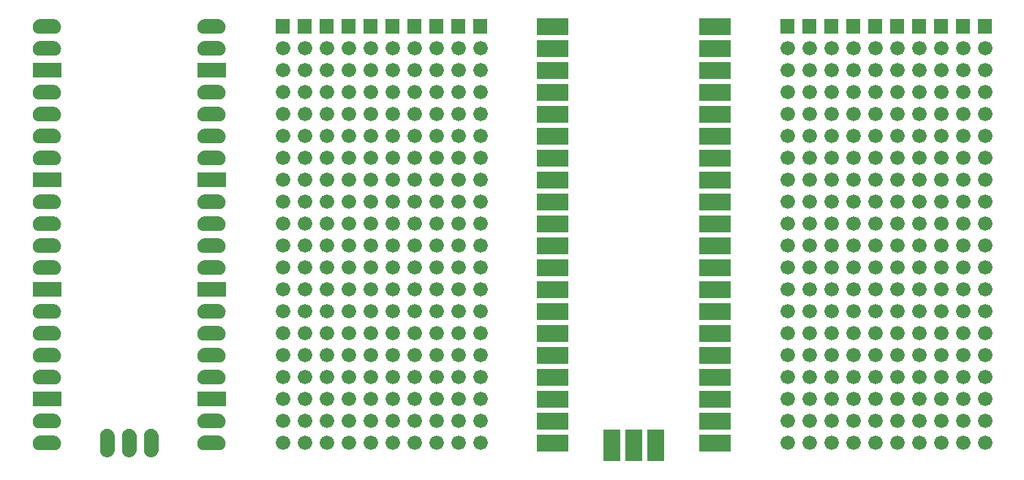
<source format=gts>
G04 Layer: TopSolderMaskLayer*
G04 EasyEDA v6.5.1, 2022-06-12 07:01:07*
G04 a67cddfb3fce44daa9051d46cbbcc19f,10*
G04 Gerber Generator version 0.2*
G04 Scale: 100 percent, Rotated: No, Reflected: No *
G04 Dimensions in inches *
G04 leading zeros omitted , absolute positions ,3 integer and 6 decimal *
%FSLAX36Y36*%
%MOIN*%

%ADD24C,0.0660*%
%ADD28C,0.0749*%

%LPD*%
D24*
G01*
X2200000Y450000D03*
G01*
X2200000Y550000D03*
G01*
X2200000Y650000D03*
G01*
X2200000Y750000D03*
G01*
X2200000Y850000D03*
G01*
X2200000Y950000D03*
G01*
X2200000Y1050000D03*
G01*
X2200000Y1150000D03*
G01*
X2200000Y1250000D03*
G01*
X2200000Y1350000D03*
G01*
X2200000Y1450000D03*
G01*
X2200000Y1550000D03*
G01*
X2200000Y1650000D03*
G01*
X2200000Y1750000D03*
G01*
X2200000Y1850000D03*
G01*
X2200000Y1950000D03*
G01*
X2200000Y2050000D03*
G01*
X2200000Y2150000D03*
G01*
X2200000Y2250000D03*
G36*
X2166999Y2316999D02*
G01*
X2166999Y2383000D01*
X2233000Y2383000D01*
X2233000Y2316999D01*
G37*
G01*
X2100000Y450000D03*
G01*
X2100000Y550000D03*
G01*
X2100000Y650000D03*
G01*
X2100000Y750000D03*
G01*
X2100000Y850000D03*
G01*
X2100000Y950000D03*
G01*
X2100000Y1050000D03*
G01*
X2100000Y1150000D03*
G01*
X2100000Y1250000D03*
G01*
X2100000Y1350000D03*
G01*
X2100000Y1450000D03*
G01*
X2100000Y1550000D03*
G01*
X2100000Y1650000D03*
G01*
X2100000Y1750000D03*
G01*
X2100000Y1850000D03*
G01*
X2100000Y1950000D03*
G01*
X2100000Y2050000D03*
G01*
X2100000Y2150000D03*
G01*
X2100000Y2250000D03*
G36*
X2066999Y2316999D02*
G01*
X2066999Y2383000D01*
X2133000Y2383000D01*
X2133000Y2316999D01*
G37*
G01*
X2000000Y450000D03*
G01*
X2000000Y550000D03*
G01*
X2000000Y650000D03*
G01*
X2000000Y750000D03*
G01*
X2000000Y850000D03*
G01*
X2000000Y950000D03*
G01*
X2000000Y1050000D03*
G01*
X2000000Y1150000D03*
G01*
X2000000Y1250000D03*
G01*
X2000000Y1350000D03*
G01*
X2000000Y1450000D03*
G01*
X2000000Y1550000D03*
G01*
X2000000Y1650000D03*
G01*
X2000000Y1750000D03*
G01*
X2000000Y1850000D03*
G01*
X2000000Y1950000D03*
G01*
X2000000Y2050000D03*
G01*
X2000000Y2150000D03*
G01*
X2000000Y2250000D03*
G36*
X1966999Y2316999D02*
G01*
X1966999Y2383000D01*
X2033000Y2383000D01*
X2033000Y2316999D01*
G37*
G01*
X1900000Y450000D03*
G01*
X1900000Y550000D03*
G01*
X1900000Y650000D03*
G01*
X1900000Y750000D03*
G01*
X1900000Y850000D03*
G01*
X1900000Y950000D03*
G01*
X1900000Y1050000D03*
G01*
X1900000Y1150000D03*
G01*
X1900000Y1250000D03*
G01*
X1900000Y1350000D03*
G01*
X1900000Y1450000D03*
G01*
X1900000Y1550000D03*
G01*
X1900000Y1650000D03*
G01*
X1900000Y1750000D03*
G01*
X1900000Y1850000D03*
G01*
X1900000Y1950000D03*
G01*
X1900000Y2050000D03*
G01*
X1900000Y2150000D03*
G01*
X1900000Y2250000D03*
G36*
X1866999Y2316999D02*
G01*
X1866999Y2383000D01*
X1933000Y2383000D01*
X1933000Y2316999D01*
G37*
G01*
X1800000Y450000D03*
G01*
X1800000Y550000D03*
G01*
X1800000Y650000D03*
G01*
X1800000Y750000D03*
G01*
X1800000Y850000D03*
G01*
X1800000Y950000D03*
G01*
X1800000Y1050000D03*
G01*
X1800000Y1150000D03*
G01*
X1800000Y1250000D03*
G01*
X1800000Y1350000D03*
G01*
X1800000Y1450000D03*
G01*
X1800000Y1550000D03*
G01*
X1800000Y1650000D03*
G01*
X1800000Y1750000D03*
G01*
X1800000Y1850000D03*
G01*
X1800000Y1950000D03*
G01*
X1800000Y2050000D03*
G01*
X1800000Y2150000D03*
G01*
X1800000Y2250000D03*
G36*
X1766999Y2316999D02*
G01*
X1766999Y2383000D01*
X1833000Y2383000D01*
X1833000Y2316999D01*
G37*
G01*
X1700000Y450000D03*
G01*
X1700000Y550000D03*
G01*
X1700000Y650000D03*
G01*
X1700000Y750000D03*
G01*
X1700000Y850000D03*
G01*
X1700000Y950000D03*
G01*
X1700000Y1050000D03*
G01*
X1700000Y1150000D03*
G01*
X1700000Y1250000D03*
G01*
X1700000Y1350000D03*
G01*
X1700000Y1450000D03*
G01*
X1700000Y1550000D03*
G01*
X1700000Y1650000D03*
G01*
X1700000Y1750000D03*
G01*
X1700000Y1850000D03*
G01*
X1700000Y1950000D03*
G01*
X1700000Y2050000D03*
G01*
X1700000Y2150000D03*
G01*
X1700000Y2250000D03*
G36*
X1666999Y2316999D02*
G01*
X1666999Y2383000D01*
X1733000Y2383000D01*
X1733000Y2316999D01*
G37*
G01*
X1600000Y450000D03*
G01*
X1600000Y550000D03*
G01*
X1600000Y650000D03*
G01*
X1600000Y750000D03*
G01*
X1600000Y850000D03*
G01*
X1600000Y950000D03*
G01*
X1600000Y1050000D03*
G01*
X1600000Y1150000D03*
G01*
X1600000Y1250000D03*
G01*
X1600000Y1350000D03*
G01*
X1600000Y1450000D03*
G01*
X1600000Y1550000D03*
G01*
X1600000Y1650000D03*
G01*
X1600000Y1750000D03*
G01*
X1600000Y1850000D03*
G01*
X1600000Y1950000D03*
G01*
X1600000Y2050000D03*
G01*
X1600000Y2150000D03*
G01*
X1600000Y2250000D03*
G36*
X1566999Y2316999D02*
G01*
X1566999Y2383000D01*
X1633000Y2383000D01*
X1633000Y2316999D01*
G37*
G01*
X1500000Y450000D03*
G01*
X1500000Y550000D03*
G01*
X1500000Y650000D03*
G01*
X1500000Y750000D03*
G01*
X1500000Y850000D03*
G01*
X1500000Y950000D03*
G01*
X1500000Y1050000D03*
G01*
X1500000Y1150000D03*
G01*
X1500000Y1250000D03*
G01*
X1500000Y1350000D03*
G01*
X1500000Y1450000D03*
G01*
X1500000Y1550000D03*
G01*
X1500000Y1650000D03*
G01*
X1500000Y1750000D03*
G01*
X1500000Y1850000D03*
G01*
X1500000Y1950000D03*
G01*
X1500000Y2050000D03*
G01*
X1500000Y2150000D03*
G01*
X1500000Y2250000D03*
G36*
X1466999Y2316999D02*
G01*
X1466999Y2383000D01*
X1533000Y2383000D01*
X1533000Y2316999D01*
G37*
G01*
X1400000Y450000D03*
G01*
X1400000Y550000D03*
G01*
X1400000Y650000D03*
G01*
X1400000Y750000D03*
G01*
X1400000Y850000D03*
G01*
X1400000Y950000D03*
G01*
X1400000Y1050000D03*
G01*
X1400000Y1150000D03*
G01*
X1400000Y1250000D03*
G01*
X1400000Y1350000D03*
G01*
X1400000Y1450000D03*
G01*
X1400000Y1550000D03*
G01*
X1400000Y1650000D03*
G01*
X1400000Y1750000D03*
G01*
X1400000Y1850000D03*
G01*
X1400000Y1950000D03*
G01*
X1400000Y2050000D03*
G01*
X1400000Y2150000D03*
G01*
X1400000Y2250000D03*
G36*
X1366999Y2316999D02*
G01*
X1366999Y2383000D01*
X1433000Y2383000D01*
X1433000Y2316999D01*
G37*
G01*
X1300000Y450000D03*
G01*
X1300000Y550000D03*
G01*
X1300000Y650000D03*
G01*
X1300000Y750000D03*
G01*
X1300000Y850000D03*
G01*
X1300000Y950000D03*
G01*
X1300000Y1050000D03*
G01*
X1300000Y1150000D03*
G01*
X1300000Y1250000D03*
G01*
X1300000Y1350000D03*
G01*
X1300000Y1450000D03*
G01*
X1300000Y1550000D03*
G01*
X1300000Y1650000D03*
G01*
X1300000Y1750000D03*
G01*
X1300000Y1850000D03*
G01*
X1300000Y1950000D03*
G01*
X1300000Y2050000D03*
G01*
X1300000Y2150000D03*
G01*
X1300000Y2250000D03*
G36*
X1266999Y2316999D02*
G01*
X1266999Y2383000D01*
X1333000Y2383000D01*
X1333000Y2316999D01*
G37*
G01*
X3600000Y450000D03*
G01*
X3600000Y550000D03*
G01*
X3600000Y650000D03*
G01*
X3600000Y750000D03*
G01*
X3600000Y850000D03*
G01*
X3600000Y950000D03*
G01*
X3600000Y1050000D03*
G01*
X3600000Y1150000D03*
G01*
X3600000Y1250000D03*
G01*
X3600000Y1350000D03*
G01*
X3600000Y1450000D03*
G01*
X3600000Y1550000D03*
G01*
X3600000Y1650000D03*
G01*
X3600000Y1750000D03*
G01*
X3600000Y1850000D03*
G01*
X3600000Y1950000D03*
G01*
X3600000Y2050000D03*
G01*
X3600000Y2150000D03*
G01*
X3600000Y2250000D03*
G36*
X3566999Y2316999D02*
G01*
X3566999Y2383000D01*
X3633000Y2383000D01*
X3633000Y2316999D01*
G37*
G01*
X3700000Y450000D03*
G01*
X3700000Y550000D03*
G01*
X3700000Y650000D03*
G01*
X3700000Y750000D03*
G01*
X3700000Y850000D03*
G01*
X3700000Y950000D03*
G01*
X3700000Y1050000D03*
G01*
X3700000Y1150000D03*
G01*
X3700000Y1250000D03*
G01*
X3700000Y1350000D03*
G01*
X3700000Y1450000D03*
G01*
X3700000Y1550000D03*
G01*
X3700000Y1650000D03*
G01*
X3700000Y1750000D03*
G01*
X3700000Y1850000D03*
G01*
X3700000Y1950000D03*
G01*
X3700000Y2050000D03*
G01*
X3700000Y2150000D03*
G01*
X3700000Y2250000D03*
G36*
X3666999Y2316999D02*
G01*
X3666999Y2383000D01*
X3733000Y2383000D01*
X3733000Y2316999D01*
G37*
G01*
X3800000Y450000D03*
G01*
X3800000Y550000D03*
G01*
X3800000Y650000D03*
G01*
X3800000Y750000D03*
G01*
X3800000Y850000D03*
G01*
X3800000Y950000D03*
G01*
X3800000Y1050000D03*
G01*
X3800000Y1150000D03*
G01*
X3800000Y1250000D03*
G01*
X3800000Y1350000D03*
G01*
X3800000Y1450000D03*
G01*
X3800000Y1550000D03*
G01*
X3800000Y1650000D03*
G01*
X3800000Y1750000D03*
G01*
X3800000Y1850000D03*
G01*
X3800000Y1950000D03*
G01*
X3800000Y2050000D03*
G01*
X3800000Y2150000D03*
G01*
X3800000Y2250000D03*
G36*
X3766999Y2316999D02*
G01*
X3766999Y2383000D01*
X3833000Y2383000D01*
X3833000Y2316999D01*
G37*
G01*
X3900000Y450000D03*
G01*
X3900000Y550000D03*
G01*
X3900000Y650000D03*
G01*
X3900000Y750000D03*
G01*
X3900000Y850000D03*
G01*
X3900000Y950000D03*
G01*
X3900000Y1050000D03*
G01*
X3900000Y1150000D03*
G01*
X3900000Y1250000D03*
G01*
X3900000Y1350000D03*
G01*
X3900000Y1450000D03*
G01*
X3900000Y1550000D03*
G01*
X3900000Y1650000D03*
G01*
X3900000Y1750000D03*
G01*
X3900000Y1850000D03*
G01*
X3900000Y1950000D03*
G01*
X3900000Y2050000D03*
G01*
X3900000Y2150000D03*
G01*
X3900000Y2250000D03*
G36*
X3866999Y2316999D02*
G01*
X3866999Y2383000D01*
X3933000Y2383000D01*
X3933000Y2316999D01*
G37*
G01*
X4000000Y450000D03*
G01*
X4000000Y550000D03*
G01*
X4000000Y650000D03*
G01*
X4000000Y750000D03*
G01*
X4000000Y850000D03*
G01*
X4000000Y950000D03*
G01*
X4000000Y1050000D03*
G01*
X4000000Y1150000D03*
G01*
X4000000Y1250000D03*
G01*
X4000000Y1350000D03*
G01*
X4000000Y1450000D03*
G01*
X4000000Y1550000D03*
G01*
X4000000Y1650000D03*
G01*
X4000000Y1750000D03*
G01*
X4000000Y1850000D03*
G01*
X4000000Y1950000D03*
G01*
X4000000Y2050000D03*
G01*
X4000000Y2150000D03*
G01*
X4000000Y2250000D03*
G36*
X3966999Y2316999D02*
G01*
X3966999Y2383000D01*
X4033000Y2383000D01*
X4033000Y2316999D01*
G37*
G01*
X4100000Y450000D03*
G01*
X4100000Y550000D03*
G01*
X4100000Y650000D03*
G01*
X4100000Y750000D03*
G01*
X4100000Y850000D03*
G01*
X4100000Y950000D03*
G01*
X4100000Y1050000D03*
G01*
X4100000Y1150000D03*
G01*
X4100000Y1250000D03*
G01*
X4100000Y1350000D03*
G01*
X4100000Y1450000D03*
G01*
X4100000Y1550000D03*
G01*
X4100000Y1650000D03*
G01*
X4100000Y1750000D03*
G01*
X4100000Y1850000D03*
G01*
X4100000Y1950000D03*
G01*
X4100000Y2050000D03*
G01*
X4100000Y2150000D03*
G01*
X4100000Y2250000D03*
G36*
X4066999Y2316999D02*
G01*
X4066999Y2383000D01*
X4133000Y2383000D01*
X4133000Y2316999D01*
G37*
G01*
X4200000Y450000D03*
G01*
X4200000Y550000D03*
G01*
X4200000Y650000D03*
G01*
X4200000Y750000D03*
G01*
X4200000Y850000D03*
G01*
X4200000Y950000D03*
G01*
X4200000Y1050000D03*
G01*
X4200000Y1150000D03*
G01*
X4200000Y1250000D03*
G01*
X4200000Y1350000D03*
G01*
X4200000Y1450000D03*
G01*
X4200000Y1550000D03*
G01*
X4200000Y1650000D03*
G01*
X4200000Y1750000D03*
G01*
X4200000Y1850000D03*
G01*
X4200000Y1950000D03*
G01*
X4200000Y2050000D03*
G01*
X4200000Y2150000D03*
G01*
X4200000Y2250000D03*
G36*
X4166999Y2316999D02*
G01*
X4166999Y2383000D01*
X4233000Y2383000D01*
X4233000Y2316999D01*
G37*
G01*
X4300000Y450000D03*
G01*
X4300000Y550000D03*
G01*
X4300000Y650000D03*
G01*
X4300000Y750000D03*
G01*
X4300000Y850000D03*
G01*
X4300000Y950000D03*
G01*
X4300000Y1050000D03*
G01*
X4300000Y1150000D03*
G01*
X4300000Y1250000D03*
G01*
X4300000Y1350000D03*
G01*
X4300000Y1450000D03*
G01*
X4300000Y1550000D03*
G01*
X4300000Y1650000D03*
G01*
X4300000Y1750000D03*
G01*
X4300000Y1850000D03*
G01*
X4300000Y1950000D03*
G01*
X4300000Y2050000D03*
G01*
X4300000Y2150000D03*
G01*
X4300000Y2250000D03*
G36*
X4266999Y2316999D02*
G01*
X4266999Y2383000D01*
X4333000Y2383000D01*
X4333000Y2316999D01*
G37*
G01*
X4400000Y450000D03*
G01*
X4400000Y550000D03*
G01*
X4400000Y650000D03*
G01*
X4400000Y750000D03*
G01*
X4400000Y850000D03*
G01*
X4400000Y950000D03*
G01*
X4400000Y1050000D03*
G01*
X4400000Y1150000D03*
G01*
X4400000Y1250000D03*
G01*
X4400000Y1350000D03*
G01*
X4400000Y1450000D03*
G01*
X4400000Y1550000D03*
G01*
X4400000Y1650000D03*
G01*
X4400000Y1750000D03*
G01*
X4400000Y1850000D03*
G01*
X4400000Y1950000D03*
G01*
X4400000Y2050000D03*
G01*
X4400000Y2150000D03*
G01*
X4400000Y2250000D03*
G36*
X4366999Y2316999D02*
G01*
X4366999Y2383000D01*
X4433000Y2383000D01*
X4433000Y2316999D01*
G37*
G01*
X4500000Y450000D03*
G01*
X4500000Y550000D03*
G01*
X4500000Y650000D03*
G01*
X4500000Y750000D03*
G01*
X4500000Y850000D03*
G01*
X4500000Y950000D03*
G01*
X4500000Y1050000D03*
G01*
X4500000Y1150000D03*
G01*
X4500000Y1250000D03*
G01*
X4500000Y1350000D03*
G01*
X4500000Y1450000D03*
G01*
X4500000Y1550000D03*
G01*
X4500000Y1650000D03*
G01*
X4500000Y1750000D03*
G01*
X4500000Y1850000D03*
G01*
X4500000Y1950000D03*
G01*
X4500000Y2050000D03*
G01*
X4500000Y2150000D03*
G01*
X4500000Y2250000D03*
G36*
X4466999Y2316999D02*
G01*
X4466999Y2383000D01*
X4533000Y2383000D01*
X4533000Y2316999D01*
G37*
G36*
X2457100Y2312500D02*
G01*
X2457100Y2387500D01*
X2602899Y2387500D01*
X2602899Y2312500D01*
G37*
G36*
X2457100Y2212500D02*
G01*
X2457100Y2287500D01*
X2602899Y2287500D01*
X2602899Y2212500D01*
G37*
G36*
X2457100Y2112500D02*
G01*
X2457100Y2187500D01*
X2602899Y2187500D01*
X2602899Y2112500D01*
G37*
G36*
X2457100Y2012500D02*
G01*
X2457100Y2087500D01*
X2602899Y2087500D01*
X2602899Y2012500D01*
G37*
G36*
X2457100Y1912500D02*
G01*
X2457100Y1987500D01*
X2602899Y1987500D01*
X2602899Y1912500D01*
G37*
G36*
X2457100Y1812500D02*
G01*
X2457100Y1887500D01*
X2602899Y1887500D01*
X2602899Y1812500D01*
G37*
G36*
X2457100Y1712500D02*
G01*
X2457100Y1787500D01*
X2602899Y1787500D01*
X2602899Y1712500D01*
G37*
G36*
X2457100Y1612500D02*
G01*
X2457100Y1687500D01*
X2602899Y1687500D01*
X2602899Y1612500D01*
G37*
G36*
X2457100Y1512500D02*
G01*
X2457100Y1587500D01*
X2602899Y1587500D01*
X2602899Y1512500D01*
G37*
G36*
X2457100Y1412500D02*
G01*
X2457100Y1487500D01*
X2602899Y1487500D01*
X2602899Y1412500D01*
G37*
G36*
X2457100Y1312500D02*
G01*
X2457100Y1387500D01*
X2602899Y1387500D01*
X2602899Y1312500D01*
G37*
G36*
X2457100Y1212500D02*
G01*
X2457100Y1287500D01*
X2602899Y1287500D01*
X2602899Y1212500D01*
G37*
G36*
X2457100Y1112500D02*
G01*
X2457100Y1187500D01*
X2602899Y1187500D01*
X2602899Y1112500D01*
G37*
G36*
X2457100Y1012500D02*
G01*
X2457100Y1087500D01*
X2602899Y1087500D01*
X2602899Y1012500D01*
G37*
G36*
X2457100Y912500D02*
G01*
X2457100Y987500D01*
X2602899Y987500D01*
X2602899Y912500D01*
G37*
G36*
X2457100Y812500D02*
G01*
X2457100Y887500D01*
X2602899Y887500D01*
X2602899Y812500D01*
G37*
G36*
X2457100Y712500D02*
G01*
X2457100Y787500D01*
X2602899Y787500D01*
X2602899Y712500D01*
G37*
G36*
X2457100Y612500D02*
G01*
X2457100Y687500D01*
X2602899Y687500D01*
X2602899Y612500D01*
G37*
G36*
X2457100Y512500D02*
G01*
X2457100Y587500D01*
X2602899Y587500D01*
X2602899Y512500D01*
G37*
G36*
X2457100Y412500D02*
G01*
X2457100Y487500D01*
X2602899Y487500D01*
X2602899Y412500D01*
G37*
G36*
X3197100Y2312500D02*
G01*
X3197100Y2387500D01*
X3342899Y2387500D01*
X3342899Y2312500D01*
G37*
G36*
X3197100Y2212500D02*
G01*
X3197100Y2287500D01*
X3342899Y2287500D01*
X3342899Y2212500D01*
G37*
G36*
X3197100Y2112500D02*
G01*
X3197100Y2187500D01*
X3342899Y2187500D01*
X3342899Y2112500D01*
G37*
G36*
X3197100Y2012500D02*
G01*
X3197100Y2087500D01*
X3342899Y2087500D01*
X3342899Y2012500D01*
G37*
G36*
X3197100Y1912500D02*
G01*
X3197100Y1987500D01*
X3342899Y1987500D01*
X3342899Y1912500D01*
G37*
G36*
X3197100Y1812500D02*
G01*
X3197100Y1887500D01*
X3342899Y1887500D01*
X3342899Y1812500D01*
G37*
G36*
X3197100Y1712500D02*
G01*
X3197100Y1787500D01*
X3342899Y1787500D01*
X3342899Y1712500D01*
G37*
G36*
X3197100Y1612500D02*
G01*
X3197100Y1687500D01*
X3342899Y1687500D01*
X3342899Y1612500D01*
G37*
G36*
X3197100Y1512500D02*
G01*
X3197100Y1587500D01*
X3342899Y1587500D01*
X3342899Y1512500D01*
G37*
G36*
X3197100Y1412500D02*
G01*
X3197100Y1487500D01*
X3342899Y1487500D01*
X3342899Y1412500D01*
G37*
G36*
X3197100Y1312500D02*
G01*
X3197100Y1387500D01*
X3342899Y1387500D01*
X3342899Y1312500D01*
G37*
G36*
X3197100Y1212500D02*
G01*
X3197100Y1287500D01*
X3342899Y1287500D01*
X3342899Y1212500D01*
G37*
G36*
X3197100Y1112500D02*
G01*
X3197100Y1187500D01*
X3342899Y1187500D01*
X3342899Y1112500D01*
G37*
G36*
X3197100Y1012500D02*
G01*
X3197100Y1087500D01*
X3342899Y1087500D01*
X3342899Y1012500D01*
G37*
G36*
X3197100Y912500D02*
G01*
X3197100Y987500D01*
X3342899Y987500D01*
X3342899Y912500D01*
G37*
G36*
X3197100Y812500D02*
G01*
X3197100Y887500D01*
X3342899Y887500D01*
X3342899Y812500D01*
G37*
G36*
X3197100Y712500D02*
G01*
X3197100Y787500D01*
X3342899Y787500D01*
X3342899Y712500D01*
G37*
G36*
X3197100Y612500D02*
G01*
X3197100Y687500D01*
X3342899Y687500D01*
X3342899Y612500D01*
G37*
G36*
X3197100Y512500D02*
G01*
X3197100Y587500D01*
X3342899Y587500D01*
X3342899Y512500D01*
G37*
G36*
X3197100Y412500D02*
G01*
X3197100Y487500D01*
X3342899Y487500D01*
X3342899Y412500D01*
G37*
G36*
X2762500Y366199D02*
G01*
X2762500Y511999D01*
X2837500Y511999D01*
X2837500Y366199D01*
G37*
G36*
X2862500Y366199D02*
G01*
X2862500Y511999D01*
X2937500Y511999D01*
X2937500Y366199D01*
G37*
G36*
X2962500Y366199D02*
G01*
X2962500Y511999D01*
X3037500Y511999D01*
X3037500Y366199D01*
G37*
D28*
G01*
X2550000Y2350000D03*
G01*
X2550000Y2250000D03*
G36*
X2512500Y2112500D02*
G01*
X2512500Y2187500D01*
X2587500Y2187500D01*
X2587500Y2112500D01*
G37*
G01*
X2550000Y2050000D03*
G01*
X2550000Y1950000D03*
G01*
X2550000Y1850000D03*
G01*
X2550000Y1750000D03*
G36*
X2512500Y1612500D02*
G01*
X2512500Y1687500D01*
X2587500Y1687500D01*
X2587500Y1612500D01*
G37*
G01*
X2550000Y1550000D03*
G01*
X2550000Y1450000D03*
G01*
X2550000Y1350000D03*
G01*
X2550000Y1250000D03*
G36*
X2512500Y1112500D02*
G01*
X2512500Y1187500D01*
X2587500Y1187500D01*
X2587500Y1112500D01*
G37*
G01*
X2550000Y1050000D03*
G01*
X2550000Y950000D03*
G01*
X2550000Y850000D03*
G01*
X2550000Y750000D03*
G36*
X2512500Y612500D02*
G01*
X2512500Y687500D01*
X2587500Y687500D01*
X2587500Y612500D01*
G37*
G01*
X2550000Y550000D03*
G01*
X2550000Y450000D03*
G01*
X3250000Y450000D03*
G01*
X3250000Y550000D03*
G36*
X3212500Y612500D02*
G01*
X3212500Y687500D01*
X3287500Y687500D01*
X3287500Y612500D01*
G37*
G01*
X3250000Y750000D03*
G01*
X3250000Y850000D03*
G01*
X3250000Y950000D03*
G01*
X3250000Y1050000D03*
G36*
X3212500Y1112500D02*
G01*
X3212500Y1187500D01*
X3287500Y1187500D01*
X3287500Y1112500D01*
G37*
G01*
X3250000Y1250000D03*
G01*
X3250000Y1350000D03*
G01*
X3250000Y1450000D03*
G01*
X3250000Y1550000D03*
G36*
X3212500Y1612500D02*
G01*
X3212500Y1687500D01*
X3287500Y1687500D01*
X3287500Y1612500D01*
G37*
G01*
X3250000Y1750000D03*
G01*
X3250000Y1850000D03*
G01*
X3250000Y1950000D03*
G01*
X3250000Y2050000D03*
G36*
X3212500Y2112500D02*
G01*
X3212500Y2187500D01*
X3287500Y2187500D01*
X3287500Y2112500D01*
G37*
G01*
X3250000Y2250000D03*
G01*
X3250000Y2350000D03*
G01*
X2800000Y459059D03*
G36*
X2862500Y421599D02*
G01*
X2862500Y496500D01*
X2937500Y496500D01*
X2937500Y421599D01*
G37*
G01*
X3000000Y459059D03*
G36*
X943400Y2316500D02*
G01*
X939499Y2316700D01*
X935500Y2317500D01*
X931599Y2318699D01*
X927899Y2320300D01*
X924499Y2322399D01*
X921300Y2324899D01*
X918400Y2327800D01*
X915900Y2330999D01*
X913800Y2334400D01*
X912200Y2338099D01*
X911000Y2341999D01*
X910299Y2345999D01*
X910000Y2350000D01*
X910299Y2354000D01*
X911000Y2358000D01*
X912200Y2361900D01*
X913800Y2365599D01*
X915900Y2369000D01*
X918400Y2372199D01*
X921300Y2375100D01*
X924499Y2377600D01*
X927899Y2379699D01*
X931599Y2381300D01*
X935500Y2382500D01*
X939499Y2383200D01*
X943400Y2383499D01*
X1006599Y2383499D01*
X1010500Y2383200D01*
X1014499Y2382500D01*
X1018400Y2381300D01*
X1022100Y2379699D01*
X1025500Y2377600D01*
X1028699Y2375100D01*
X1031599Y2372199D01*
X1034099Y2369000D01*
X1036199Y2365599D01*
X1037799Y2361900D01*
X1038999Y2358000D01*
X1039700Y2354000D01*
X1040000Y2350000D01*
X1039700Y2345999D01*
X1038999Y2341999D01*
X1037799Y2338099D01*
X1036199Y2334400D01*
X1034099Y2330999D01*
X1031599Y2327800D01*
X1028699Y2324899D01*
X1025500Y2322399D01*
X1022100Y2320300D01*
X1018400Y2318699D01*
X1014499Y2317500D01*
X1010500Y2316700D01*
X1006599Y2316500D01*
G37*
G36*
X943400Y2216500D02*
G01*
X939499Y2216700D01*
X935500Y2217500D01*
X931599Y2218699D01*
X927899Y2220300D01*
X924499Y2222399D01*
X921300Y2224899D01*
X918400Y2227800D01*
X915900Y2230999D01*
X913800Y2234400D01*
X912200Y2238099D01*
X911000Y2241999D01*
X910299Y2245999D01*
X910000Y2250000D01*
X910299Y2254000D01*
X911000Y2258000D01*
X912200Y2261900D01*
X913800Y2265599D01*
X915900Y2269000D01*
X918400Y2272199D01*
X921300Y2275100D01*
X924499Y2277600D01*
X927899Y2279699D01*
X931599Y2281300D01*
X935500Y2282500D01*
X939499Y2283200D01*
X943400Y2283499D01*
X1006599Y2283499D01*
X1010500Y2283200D01*
X1014499Y2282500D01*
X1018400Y2281300D01*
X1022100Y2279699D01*
X1025500Y2277600D01*
X1028699Y2275100D01*
X1031599Y2272199D01*
X1034099Y2269000D01*
X1036199Y2265599D01*
X1037799Y2261900D01*
X1038999Y2258000D01*
X1039700Y2254000D01*
X1040000Y2250000D01*
X1039700Y2245999D01*
X1038999Y2241999D01*
X1037799Y2238099D01*
X1036199Y2234400D01*
X1034099Y2230999D01*
X1031599Y2227800D01*
X1028699Y2224899D01*
X1025500Y2222399D01*
X1022100Y2220300D01*
X1018400Y2218699D01*
X1014499Y2217500D01*
X1010500Y2216700D01*
X1006599Y2216500D01*
G37*
G36*
X910000Y2116500D02*
G01*
X910000Y2183499D01*
X1040000Y2183499D01*
X1040000Y2116500D01*
G37*
G36*
X943400Y2016500D02*
G01*
X939499Y2016700D01*
X935500Y2017500D01*
X931599Y2018699D01*
X927899Y2020300D01*
X924499Y2022399D01*
X921300Y2024899D01*
X918400Y2027800D01*
X915900Y2030999D01*
X913800Y2034400D01*
X912200Y2038099D01*
X911000Y2041999D01*
X910299Y2045999D01*
X910000Y2050000D01*
X910299Y2054000D01*
X911000Y2058000D01*
X912200Y2061900D01*
X913800Y2065599D01*
X915900Y2069000D01*
X918400Y2072199D01*
X921300Y2075100D01*
X924499Y2077600D01*
X927899Y2079699D01*
X931599Y2081300D01*
X935500Y2082500D01*
X939499Y2083299D01*
X943400Y2083499D01*
X1006599Y2083499D01*
X1010500Y2083299D01*
X1014499Y2082500D01*
X1018400Y2081300D01*
X1022100Y2079699D01*
X1025500Y2077600D01*
X1028699Y2075100D01*
X1031599Y2072199D01*
X1034099Y2069000D01*
X1036199Y2065599D01*
X1037799Y2061900D01*
X1038999Y2058000D01*
X1039700Y2054000D01*
X1040000Y2050000D01*
X1039700Y2045999D01*
X1038999Y2041999D01*
X1037799Y2038099D01*
X1036199Y2034400D01*
X1034099Y2030999D01*
X1031599Y2027800D01*
X1028699Y2024899D01*
X1025500Y2022399D01*
X1022100Y2020300D01*
X1018400Y2018699D01*
X1014499Y2017500D01*
X1010500Y2016700D01*
X1006599Y2016500D01*
G37*
G36*
X943400Y1916500D02*
G01*
X939499Y1916700D01*
X935500Y1917500D01*
X931599Y1918699D01*
X927899Y1920300D01*
X924499Y1922399D01*
X921300Y1924899D01*
X918400Y1927800D01*
X915900Y1930999D01*
X913800Y1934400D01*
X912200Y1938099D01*
X911000Y1941999D01*
X910299Y1945999D01*
X910000Y1950000D01*
X910299Y1954000D01*
X911000Y1958000D01*
X912200Y1961900D01*
X913800Y1965599D01*
X915900Y1969000D01*
X918400Y1972199D01*
X921300Y1975100D01*
X924499Y1977600D01*
X927899Y1979699D01*
X931599Y1981300D01*
X935500Y1982500D01*
X939499Y1983299D01*
X943400Y1983499D01*
X1006599Y1983499D01*
X1010500Y1983299D01*
X1014499Y1982500D01*
X1018400Y1981300D01*
X1022100Y1979699D01*
X1025500Y1977600D01*
X1028699Y1975100D01*
X1031599Y1972199D01*
X1034099Y1969000D01*
X1036199Y1965599D01*
X1037799Y1961900D01*
X1038999Y1958000D01*
X1039700Y1954000D01*
X1040000Y1950000D01*
X1039700Y1945999D01*
X1038999Y1941999D01*
X1037799Y1938099D01*
X1036199Y1934400D01*
X1034099Y1930999D01*
X1031599Y1927800D01*
X1028699Y1924899D01*
X1025500Y1922399D01*
X1022100Y1920300D01*
X1018400Y1918699D01*
X1014499Y1917500D01*
X1010500Y1916700D01*
X1006599Y1916500D01*
G37*
G36*
X943400Y1816500D02*
G01*
X939499Y1816700D01*
X935500Y1817500D01*
X931599Y1818699D01*
X927899Y1820300D01*
X924499Y1822399D01*
X921300Y1824899D01*
X918400Y1827800D01*
X915900Y1830999D01*
X913800Y1834400D01*
X912200Y1838099D01*
X911000Y1841999D01*
X910299Y1845999D01*
X910000Y1850000D01*
X910299Y1854000D01*
X911000Y1858000D01*
X912200Y1861900D01*
X913800Y1865599D01*
X915900Y1869000D01*
X918400Y1872199D01*
X921300Y1875100D01*
X924499Y1877600D01*
X927899Y1879699D01*
X931599Y1881300D01*
X935500Y1882500D01*
X939499Y1883299D01*
X943400Y1883499D01*
X1006599Y1883499D01*
X1010500Y1883299D01*
X1014499Y1882500D01*
X1018400Y1881300D01*
X1022100Y1879699D01*
X1025500Y1877600D01*
X1028699Y1875100D01*
X1031599Y1872199D01*
X1034099Y1869000D01*
X1036199Y1865599D01*
X1037799Y1861900D01*
X1038999Y1858000D01*
X1039700Y1854000D01*
X1040000Y1850000D01*
X1039700Y1845999D01*
X1038999Y1841999D01*
X1037799Y1838099D01*
X1036199Y1834400D01*
X1034099Y1830999D01*
X1031599Y1827800D01*
X1028699Y1824899D01*
X1025500Y1822399D01*
X1022100Y1820300D01*
X1018400Y1818699D01*
X1014499Y1817500D01*
X1010500Y1816700D01*
X1006599Y1816500D01*
G37*
G36*
X943400Y1716500D02*
G01*
X939499Y1716700D01*
X935500Y1717500D01*
X931599Y1718699D01*
X927899Y1720300D01*
X924499Y1722399D01*
X921300Y1724899D01*
X918400Y1727800D01*
X915900Y1730999D01*
X913800Y1734400D01*
X912200Y1738099D01*
X911000Y1741999D01*
X910299Y1745999D01*
X910000Y1750000D01*
X910299Y1754000D01*
X911000Y1758000D01*
X912200Y1761900D01*
X913800Y1765599D01*
X915900Y1769000D01*
X918400Y1772199D01*
X921300Y1775100D01*
X924499Y1777600D01*
X927899Y1779699D01*
X931599Y1781300D01*
X935500Y1782500D01*
X939499Y1783299D01*
X943400Y1783499D01*
X1006599Y1783499D01*
X1010500Y1783299D01*
X1014499Y1782500D01*
X1018400Y1781300D01*
X1022100Y1779699D01*
X1025500Y1777600D01*
X1028699Y1775100D01*
X1031599Y1772199D01*
X1034099Y1769000D01*
X1036199Y1765599D01*
X1037799Y1761900D01*
X1038999Y1758000D01*
X1039700Y1754000D01*
X1040000Y1750000D01*
X1039700Y1745999D01*
X1038999Y1741999D01*
X1037799Y1738099D01*
X1036199Y1734400D01*
X1034099Y1730999D01*
X1031599Y1727800D01*
X1028699Y1724899D01*
X1025500Y1722399D01*
X1022100Y1720300D01*
X1018400Y1718699D01*
X1014499Y1717500D01*
X1010500Y1716700D01*
X1006599Y1716500D01*
G37*
G36*
X910000Y1616500D02*
G01*
X910000Y1683499D01*
X1040000Y1683499D01*
X1040000Y1616500D01*
G37*
G36*
X943400Y1516500D02*
G01*
X939499Y1516700D01*
X935500Y1517500D01*
X931599Y1518699D01*
X927899Y1520300D01*
X924499Y1522399D01*
X921300Y1524899D01*
X918400Y1527800D01*
X915900Y1530999D01*
X913800Y1534400D01*
X912200Y1538099D01*
X911000Y1541999D01*
X910299Y1545999D01*
X910000Y1550000D01*
X910299Y1554000D01*
X911000Y1558000D01*
X912200Y1561900D01*
X913800Y1565599D01*
X915900Y1569000D01*
X918400Y1572199D01*
X921300Y1575100D01*
X924499Y1577600D01*
X927899Y1579699D01*
X931599Y1581300D01*
X935500Y1582500D01*
X939499Y1583299D01*
X943400Y1583499D01*
X1006599Y1583499D01*
X1010500Y1583299D01*
X1014499Y1582500D01*
X1018400Y1581300D01*
X1022100Y1579699D01*
X1025500Y1577600D01*
X1028699Y1575100D01*
X1031599Y1572199D01*
X1034099Y1569000D01*
X1036199Y1565599D01*
X1037799Y1561900D01*
X1038999Y1558000D01*
X1039700Y1554000D01*
X1040000Y1550000D01*
X1039700Y1545999D01*
X1038999Y1541999D01*
X1037799Y1538099D01*
X1036199Y1534400D01*
X1034099Y1530999D01*
X1031599Y1527800D01*
X1028699Y1524899D01*
X1025500Y1522399D01*
X1022100Y1520300D01*
X1018400Y1518699D01*
X1014499Y1517500D01*
X1010500Y1516700D01*
X1006599Y1516500D01*
G37*
G36*
X943400Y1416500D02*
G01*
X939499Y1416700D01*
X935500Y1417500D01*
X931599Y1418699D01*
X927899Y1420300D01*
X924499Y1422399D01*
X921300Y1424899D01*
X918400Y1427800D01*
X915900Y1430999D01*
X913800Y1434400D01*
X912200Y1438099D01*
X911000Y1441999D01*
X910299Y1445999D01*
X910000Y1450000D01*
X910299Y1454000D01*
X911000Y1458000D01*
X912200Y1461900D01*
X913800Y1465599D01*
X915900Y1469000D01*
X918400Y1472199D01*
X921300Y1475100D01*
X924499Y1477600D01*
X927899Y1479699D01*
X931599Y1481300D01*
X935500Y1482500D01*
X939499Y1483299D01*
X943400Y1483499D01*
X1006599Y1483499D01*
X1010500Y1483299D01*
X1014499Y1482500D01*
X1018400Y1481300D01*
X1022100Y1479699D01*
X1025500Y1477600D01*
X1028699Y1475100D01*
X1031599Y1472199D01*
X1034099Y1469000D01*
X1036199Y1465599D01*
X1037799Y1461900D01*
X1038999Y1458000D01*
X1039700Y1454000D01*
X1040000Y1450000D01*
X1039700Y1445999D01*
X1038999Y1441999D01*
X1037799Y1438099D01*
X1036199Y1434400D01*
X1034099Y1430999D01*
X1031599Y1427800D01*
X1028699Y1424899D01*
X1025500Y1422399D01*
X1022100Y1420300D01*
X1018400Y1418699D01*
X1014499Y1417500D01*
X1010500Y1416700D01*
X1006599Y1416500D01*
G37*
G36*
X943400Y1316500D02*
G01*
X939499Y1316700D01*
X935500Y1317500D01*
X931599Y1318699D01*
X927899Y1320300D01*
X924499Y1322399D01*
X921300Y1324899D01*
X918400Y1327800D01*
X915900Y1330999D01*
X913800Y1334400D01*
X912200Y1338099D01*
X911000Y1341999D01*
X910299Y1345999D01*
X910000Y1350000D01*
X910299Y1354000D01*
X911000Y1358000D01*
X912200Y1361900D01*
X913800Y1365599D01*
X915900Y1369000D01*
X918400Y1372199D01*
X921300Y1375100D01*
X924499Y1377600D01*
X927899Y1379699D01*
X931599Y1381300D01*
X935500Y1382500D01*
X939499Y1383299D01*
X943400Y1383499D01*
X1006599Y1383499D01*
X1010500Y1383299D01*
X1014499Y1382500D01*
X1018400Y1381300D01*
X1022100Y1379699D01*
X1025500Y1377600D01*
X1028699Y1375100D01*
X1031599Y1372199D01*
X1034099Y1369000D01*
X1036199Y1365599D01*
X1037799Y1361900D01*
X1038999Y1358000D01*
X1039700Y1354000D01*
X1040000Y1350000D01*
X1039700Y1345999D01*
X1038999Y1341999D01*
X1037799Y1338099D01*
X1036199Y1334400D01*
X1034099Y1330999D01*
X1031599Y1327800D01*
X1028699Y1324899D01*
X1025500Y1322399D01*
X1022100Y1320300D01*
X1018400Y1318699D01*
X1014499Y1317500D01*
X1010500Y1316700D01*
X1006599Y1316500D01*
G37*
G36*
X943400Y1216500D02*
G01*
X939499Y1216700D01*
X935500Y1217500D01*
X931599Y1218699D01*
X927899Y1220300D01*
X924499Y1222399D01*
X921300Y1224899D01*
X918400Y1227800D01*
X915900Y1230999D01*
X913800Y1234400D01*
X912200Y1238099D01*
X911000Y1241999D01*
X910299Y1245999D01*
X910000Y1250000D01*
X910299Y1254000D01*
X911000Y1258000D01*
X912200Y1261900D01*
X913800Y1265599D01*
X915900Y1269000D01*
X918400Y1272199D01*
X921300Y1275100D01*
X924499Y1277600D01*
X927899Y1279699D01*
X931599Y1281300D01*
X935500Y1282500D01*
X939499Y1283299D01*
X943400Y1283499D01*
X1006599Y1283499D01*
X1010500Y1283299D01*
X1014499Y1282500D01*
X1018400Y1281300D01*
X1022100Y1279699D01*
X1025500Y1277600D01*
X1028699Y1275100D01*
X1031599Y1272199D01*
X1034099Y1269000D01*
X1036199Y1265599D01*
X1037799Y1261900D01*
X1038999Y1258000D01*
X1039700Y1254000D01*
X1040000Y1250000D01*
X1039700Y1245999D01*
X1038999Y1241999D01*
X1037799Y1238099D01*
X1036199Y1234400D01*
X1034099Y1230999D01*
X1031599Y1227800D01*
X1028699Y1224899D01*
X1025500Y1222399D01*
X1022100Y1220300D01*
X1018400Y1218699D01*
X1014499Y1217500D01*
X1010500Y1216700D01*
X1006599Y1216500D01*
G37*
G36*
X910000Y1116500D02*
G01*
X910000Y1183499D01*
X1040000Y1183499D01*
X1040000Y1116500D01*
G37*
G36*
X943400Y1016500D02*
G01*
X939499Y1016700D01*
X935500Y1017500D01*
X931599Y1018699D01*
X927899Y1020300D01*
X924499Y1022399D01*
X921300Y1024899D01*
X918400Y1027800D01*
X915900Y1030999D01*
X913800Y1034400D01*
X912200Y1038099D01*
X911000Y1041999D01*
X910299Y1045999D01*
X910000Y1050000D01*
X910299Y1054000D01*
X911000Y1058000D01*
X912200Y1061900D01*
X913800Y1065599D01*
X915900Y1069000D01*
X918400Y1072199D01*
X921300Y1075100D01*
X924499Y1077600D01*
X927899Y1079699D01*
X931599Y1081300D01*
X935500Y1082500D01*
X939499Y1083299D01*
X943400Y1083499D01*
X1006599Y1083499D01*
X1010500Y1083299D01*
X1014499Y1082500D01*
X1018400Y1081300D01*
X1022100Y1079699D01*
X1025500Y1077600D01*
X1028699Y1075100D01*
X1031599Y1072199D01*
X1034099Y1069000D01*
X1036199Y1065599D01*
X1037799Y1061900D01*
X1038999Y1058000D01*
X1039700Y1054000D01*
X1040000Y1050000D01*
X1039700Y1045999D01*
X1038999Y1041999D01*
X1037799Y1038099D01*
X1036199Y1034400D01*
X1034099Y1030999D01*
X1031599Y1027800D01*
X1028699Y1024899D01*
X1025500Y1022399D01*
X1022100Y1020300D01*
X1018400Y1018699D01*
X1014499Y1017500D01*
X1010500Y1016700D01*
X1006599Y1016500D01*
G37*
G36*
X943400Y916500D02*
G01*
X939499Y916700D01*
X935500Y917500D01*
X931599Y918699D01*
X927899Y920300D01*
X924499Y922399D01*
X921300Y924899D01*
X918400Y927800D01*
X915900Y930999D01*
X913800Y934400D01*
X912200Y938099D01*
X911000Y941999D01*
X910299Y945999D01*
X910000Y950000D01*
X910299Y954000D01*
X911000Y958000D01*
X912200Y961900D01*
X913800Y965599D01*
X915900Y969000D01*
X918400Y972199D01*
X921300Y975100D01*
X924499Y977600D01*
X927899Y979699D01*
X931599Y981300D01*
X935500Y982500D01*
X939499Y983299D01*
X943400Y983499D01*
X1006599Y983499D01*
X1010500Y983299D01*
X1014499Y982500D01*
X1018400Y981300D01*
X1022100Y979699D01*
X1025500Y977600D01*
X1028699Y975100D01*
X1031599Y972199D01*
X1034099Y969000D01*
X1036199Y965599D01*
X1037799Y961900D01*
X1038999Y958000D01*
X1039700Y954000D01*
X1040000Y950000D01*
X1039700Y945999D01*
X1038999Y941999D01*
X1037799Y938099D01*
X1036199Y934400D01*
X1034099Y930999D01*
X1031599Y927800D01*
X1028699Y924899D01*
X1025500Y922399D01*
X1022100Y920300D01*
X1018400Y918699D01*
X1014499Y917500D01*
X1010500Y916700D01*
X1006599Y916500D01*
G37*
G36*
X943400Y816500D02*
G01*
X939499Y816700D01*
X935500Y817500D01*
X931599Y818699D01*
X927899Y820300D01*
X924499Y822399D01*
X921300Y824899D01*
X918400Y827800D01*
X915900Y830999D01*
X913800Y834400D01*
X912200Y838099D01*
X911000Y841999D01*
X910299Y845999D01*
X910000Y850000D01*
X910299Y854000D01*
X911000Y858000D01*
X912200Y861900D01*
X913800Y865599D01*
X915900Y869000D01*
X918400Y872199D01*
X921300Y875100D01*
X924499Y877600D01*
X927899Y879699D01*
X931599Y881300D01*
X935500Y882500D01*
X939499Y883299D01*
X943400Y883499D01*
X1006599Y883499D01*
X1010500Y883299D01*
X1014499Y882500D01*
X1018400Y881300D01*
X1022100Y879699D01*
X1025500Y877600D01*
X1028699Y875100D01*
X1031599Y872199D01*
X1034099Y869000D01*
X1036199Y865599D01*
X1037799Y861900D01*
X1038999Y858000D01*
X1039700Y854000D01*
X1040000Y850000D01*
X1039700Y845999D01*
X1038999Y841999D01*
X1037799Y838099D01*
X1036199Y834400D01*
X1034099Y830999D01*
X1031599Y827800D01*
X1028699Y824899D01*
X1025500Y822399D01*
X1022100Y820300D01*
X1018400Y818699D01*
X1014499Y817500D01*
X1010500Y816700D01*
X1006599Y816500D01*
G37*
G36*
X943400Y716500D02*
G01*
X939499Y716700D01*
X935500Y717500D01*
X931599Y718699D01*
X927899Y720300D01*
X924499Y722399D01*
X921300Y724899D01*
X918400Y727800D01*
X915900Y730999D01*
X913800Y734400D01*
X912200Y738099D01*
X911000Y741999D01*
X910299Y745999D01*
X910000Y750000D01*
X910299Y754000D01*
X911000Y758000D01*
X912200Y761900D01*
X913800Y765599D01*
X915900Y769000D01*
X918400Y772199D01*
X921300Y775100D01*
X924499Y777600D01*
X927899Y779699D01*
X931599Y781300D01*
X935500Y782500D01*
X939499Y783299D01*
X943400Y783499D01*
X1006599Y783499D01*
X1010500Y783299D01*
X1014499Y782500D01*
X1018400Y781300D01*
X1022100Y779699D01*
X1025500Y777600D01*
X1028699Y775100D01*
X1031599Y772199D01*
X1034099Y769000D01*
X1036199Y765599D01*
X1037799Y761900D01*
X1038999Y758000D01*
X1039700Y754000D01*
X1040000Y750000D01*
X1039700Y745999D01*
X1038999Y741999D01*
X1037799Y738099D01*
X1036199Y734400D01*
X1034099Y730999D01*
X1031599Y727800D01*
X1028699Y724899D01*
X1025500Y722399D01*
X1022100Y720300D01*
X1018400Y718699D01*
X1014499Y717500D01*
X1010500Y716700D01*
X1006599Y716500D01*
G37*
G36*
X910000Y616500D02*
G01*
X910000Y683499D01*
X1040000Y683499D01*
X1040000Y616500D01*
G37*
G36*
X943400Y516500D02*
G01*
X939499Y516799D01*
X935500Y517500D01*
X931599Y518699D01*
X927899Y520300D01*
X924499Y522399D01*
X921300Y524899D01*
X918400Y527800D01*
X915900Y530999D01*
X913800Y534400D01*
X912200Y538099D01*
X911000Y541999D01*
X910299Y545999D01*
X910000Y550000D01*
X910299Y554000D01*
X911000Y558000D01*
X912200Y561900D01*
X913800Y565599D01*
X915900Y569000D01*
X918400Y572199D01*
X921300Y575100D01*
X924499Y577600D01*
X927899Y579699D01*
X931599Y581300D01*
X935500Y582500D01*
X939499Y583299D01*
X943400Y583499D01*
X1006599Y583499D01*
X1010500Y583299D01*
X1014499Y582500D01*
X1018400Y581300D01*
X1022100Y579699D01*
X1025500Y577600D01*
X1028699Y575100D01*
X1031599Y572199D01*
X1034099Y569000D01*
X1036199Y565599D01*
X1037799Y561900D01*
X1038999Y558000D01*
X1039700Y554000D01*
X1040000Y550000D01*
X1039700Y545999D01*
X1038999Y541999D01*
X1037799Y538099D01*
X1036199Y534400D01*
X1034099Y530999D01*
X1031599Y527800D01*
X1028699Y524899D01*
X1025500Y522399D01*
X1022100Y520300D01*
X1018400Y518699D01*
X1014499Y517500D01*
X1010500Y516799D01*
X1006599Y516500D01*
G37*
G36*
X943400Y416500D02*
G01*
X939499Y416799D01*
X935500Y417500D01*
X931599Y418699D01*
X927899Y420300D01*
X924499Y422399D01*
X921300Y424899D01*
X918400Y427800D01*
X915900Y430999D01*
X913800Y434400D01*
X912200Y438099D01*
X911000Y441999D01*
X910299Y445999D01*
X910000Y450000D01*
X910299Y454000D01*
X911000Y458000D01*
X912200Y461900D01*
X913800Y465599D01*
X915900Y469000D01*
X918400Y472199D01*
X921300Y475100D01*
X924499Y477600D01*
X927899Y479699D01*
X931599Y481300D01*
X935500Y482500D01*
X939499Y483299D01*
X943400Y483499D01*
X1006599Y483499D01*
X1010500Y483299D01*
X1014499Y482500D01*
X1018400Y481300D01*
X1022100Y479699D01*
X1025500Y477600D01*
X1028699Y475100D01*
X1031599Y472199D01*
X1034099Y469000D01*
X1036199Y465599D01*
X1037799Y461900D01*
X1038999Y458000D01*
X1039700Y454000D01*
X1040000Y450000D01*
X1039700Y445999D01*
X1038999Y441999D01*
X1037799Y438099D01*
X1036199Y434400D01*
X1034099Y430999D01*
X1031599Y427800D01*
X1028699Y424899D01*
X1025500Y422399D01*
X1022100Y420300D01*
X1018400Y418699D01*
X1014499Y417500D01*
X1010500Y416799D01*
X1006599Y416500D01*
G37*
G36*
X193400Y416500D02*
G01*
X189499Y416799D01*
X185500Y417500D01*
X181599Y418699D01*
X177899Y420300D01*
X174499Y422399D01*
X171300Y424899D01*
X168400Y427800D01*
X165900Y430999D01*
X163800Y434400D01*
X162199Y438099D01*
X160999Y441999D01*
X160300Y445999D01*
X160000Y450000D01*
X160300Y454000D01*
X160999Y458000D01*
X162199Y461900D01*
X163800Y465599D01*
X165900Y469000D01*
X168400Y472199D01*
X171300Y475100D01*
X174499Y477600D01*
X177899Y479699D01*
X181599Y481300D01*
X185500Y482500D01*
X189499Y483299D01*
X193400Y483499D01*
X256599Y483499D01*
X260500Y483299D01*
X264499Y482500D01*
X268400Y481300D01*
X272100Y479699D01*
X275500Y477600D01*
X278699Y475100D01*
X281599Y472199D01*
X284099Y469000D01*
X286199Y465599D01*
X287800Y461900D01*
X289000Y458000D01*
X289699Y454000D01*
X290000Y450000D01*
X289699Y445999D01*
X289000Y441999D01*
X287800Y438099D01*
X286199Y434400D01*
X284099Y430999D01*
X281599Y427800D01*
X278699Y424899D01*
X275500Y422399D01*
X272100Y420300D01*
X268400Y418699D01*
X264499Y417500D01*
X260500Y416799D01*
X256599Y416500D01*
G37*
G36*
X193400Y516500D02*
G01*
X189499Y516799D01*
X185500Y517500D01*
X181599Y518699D01*
X177899Y520300D01*
X174499Y522399D01*
X171300Y524899D01*
X168400Y527800D01*
X165900Y530999D01*
X163800Y534400D01*
X162199Y538099D01*
X160999Y541999D01*
X160300Y545999D01*
X160000Y550000D01*
X160300Y554000D01*
X160999Y558000D01*
X162199Y561900D01*
X163800Y565599D01*
X165900Y569000D01*
X168400Y572199D01*
X171300Y575100D01*
X174499Y577600D01*
X177899Y579699D01*
X181599Y581300D01*
X185500Y582500D01*
X189499Y583299D01*
X193400Y583499D01*
X256599Y583499D01*
X260500Y583299D01*
X264499Y582500D01*
X268400Y581300D01*
X272100Y579699D01*
X275500Y577600D01*
X278699Y575100D01*
X281599Y572199D01*
X284099Y569000D01*
X286199Y565599D01*
X287800Y561900D01*
X289000Y558000D01*
X289699Y554000D01*
X290000Y550000D01*
X289699Y545999D01*
X289000Y541999D01*
X287800Y538099D01*
X286199Y534400D01*
X284099Y530999D01*
X281599Y527800D01*
X278699Y524899D01*
X275500Y522399D01*
X272100Y520300D01*
X268400Y518699D01*
X264499Y517500D01*
X260500Y516799D01*
X256599Y516500D01*
G37*
G36*
X160000Y616500D02*
G01*
X160000Y683499D01*
X290000Y683499D01*
X290000Y616500D01*
G37*
G36*
X193400Y716500D02*
G01*
X189499Y716700D01*
X185500Y717500D01*
X181599Y718699D01*
X177899Y720300D01*
X174499Y722399D01*
X171300Y724899D01*
X168400Y727800D01*
X165900Y730999D01*
X163800Y734400D01*
X162199Y738099D01*
X160999Y741999D01*
X160300Y745999D01*
X160000Y750000D01*
X160300Y754000D01*
X160999Y758000D01*
X162199Y761900D01*
X163800Y765599D01*
X165900Y769000D01*
X168400Y772199D01*
X171300Y775100D01*
X174499Y777600D01*
X177899Y779699D01*
X181599Y781300D01*
X185500Y782500D01*
X189499Y783299D01*
X193400Y783499D01*
X256599Y783499D01*
X260500Y783299D01*
X264499Y782500D01*
X268400Y781300D01*
X272100Y779699D01*
X275500Y777600D01*
X278699Y775100D01*
X281599Y772199D01*
X284099Y769000D01*
X286199Y765599D01*
X287800Y761900D01*
X289000Y758000D01*
X289699Y754000D01*
X290000Y750000D01*
X289699Y745999D01*
X289000Y741999D01*
X287800Y738099D01*
X286199Y734400D01*
X284099Y730999D01*
X281599Y727800D01*
X278699Y724899D01*
X275500Y722399D01*
X272100Y720300D01*
X268400Y718699D01*
X264499Y717500D01*
X260500Y716700D01*
X256599Y716500D01*
G37*
G36*
X193400Y816500D02*
G01*
X189499Y816700D01*
X185500Y817500D01*
X181599Y818699D01*
X177899Y820300D01*
X174499Y822399D01*
X171300Y824899D01*
X168400Y827800D01*
X165900Y830999D01*
X163800Y834400D01*
X162199Y838099D01*
X160999Y841999D01*
X160300Y845999D01*
X160000Y850000D01*
X160300Y854000D01*
X160999Y858000D01*
X162199Y861900D01*
X163800Y865599D01*
X165900Y869000D01*
X168400Y872199D01*
X171300Y875100D01*
X174499Y877600D01*
X177899Y879699D01*
X181599Y881300D01*
X185500Y882500D01*
X189499Y883299D01*
X193400Y883499D01*
X256599Y883499D01*
X260500Y883299D01*
X264499Y882500D01*
X268400Y881300D01*
X272100Y879699D01*
X275500Y877600D01*
X278699Y875100D01*
X281599Y872199D01*
X284099Y869000D01*
X286199Y865599D01*
X287800Y861900D01*
X289000Y858000D01*
X289699Y854000D01*
X290000Y850000D01*
X289699Y845999D01*
X289000Y841999D01*
X287800Y838099D01*
X286199Y834400D01*
X284099Y830999D01*
X281599Y827800D01*
X278699Y824899D01*
X275500Y822399D01*
X272100Y820300D01*
X268400Y818699D01*
X264499Y817500D01*
X260500Y816700D01*
X256599Y816500D01*
G37*
G36*
X193400Y916500D02*
G01*
X189499Y916700D01*
X185500Y917500D01*
X181599Y918699D01*
X177899Y920300D01*
X174499Y922399D01*
X171300Y924899D01*
X168400Y927800D01*
X165900Y930999D01*
X163800Y934400D01*
X162199Y938099D01*
X160999Y941999D01*
X160300Y945999D01*
X160000Y950000D01*
X160300Y954000D01*
X160999Y958000D01*
X162199Y961900D01*
X163800Y965599D01*
X165900Y969000D01*
X168400Y972199D01*
X171300Y975100D01*
X174499Y977600D01*
X177899Y979699D01*
X181599Y981300D01*
X185500Y982500D01*
X189499Y983299D01*
X193400Y983499D01*
X256599Y983499D01*
X260500Y983299D01*
X264499Y982500D01*
X268400Y981300D01*
X272100Y979699D01*
X275500Y977600D01*
X278699Y975100D01*
X281599Y972199D01*
X284099Y969000D01*
X286199Y965599D01*
X287800Y961900D01*
X289000Y958000D01*
X289699Y954000D01*
X290000Y950000D01*
X289699Y945999D01*
X289000Y941999D01*
X287800Y938099D01*
X286199Y934400D01*
X284099Y930999D01*
X281599Y927800D01*
X278699Y924899D01*
X275500Y922399D01*
X272100Y920300D01*
X268400Y918699D01*
X264499Y917500D01*
X260500Y916700D01*
X256599Y916500D01*
G37*
G36*
X193400Y1016500D02*
G01*
X189499Y1016700D01*
X185500Y1017500D01*
X181599Y1018699D01*
X177899Y1020300D01*
X174499Y1022399D01*
X171300Y1024899D01*
X168400Y1027800D01*
X165900Y1030999D01*
X163800Y1034400D01*
X162199Y1038099D01*
X160999Y1041999D01*
X160300Y1045999D01*
X160000Y1050000D01*
X160300Y1054000D01*
X160999Y1058000D01*
X162199Y1061900D01*
X163800Y1065599D01*
X165900Y1069000D01*
X168400Y1072199D01*
X171300Y1075100D01*
X174499Y1077600D01*
X177899Y1079699D01*
X181599Y1081300D01*
X185500Y1082500D01*
X189499Y1083299D01*
X193400Y1083499D01*
X256599Y1083499D01*
X260500Y1083299D01*
X264499Y1082500D01*
X268400Y1081300D01*
X272100Y1079699D01*
X275500Y1077600D01*
X278699Y1075100D01*
X281599Y1072199D01*
X284099Y1069000D01*
X286199Y1065599D01*
X287800Y1061900D01*
X289000Y1058000D01*
X289699Y1054000D01*
X290000Y1050000D01*
X289699Y1045999D01*
X289000Y1041999D01*
X287800Y1038099D01*
X286199Y1034400D01*
X284099Y1030999D01*
X281599Y1027800D01*
X278699Y1024899D01*
X275500Y1022399D01*
X272100Y1020300D01*
X268400Y1018699D01*
X264499Y1017500D01*
X260500Y1016700D01*
X256599Y1016500D01*
G37*
G36*
X160000Y1116500D02*
G01*
X160000Y1183499D01*
X290000Y1183499D01*
X290000Y1116500D01*
G37*
G36*
X193400Y1216500D02*
G01*
X189499Y1216700D01*
X185500Y1217500D01*
X181599Y1218699D01*
X177899Y1220300D01*
X174499Y1222399D01*
X171300Y1224899D01*
X168400Y1227800D01*
X165900Y1230999D01*
X163800Y1234400D01*
X162199Y1238099D01*
X160999Y1241999D01*
X160300Y1245999D01*
X160000Y1250000D01*
X160300Y1254000D01*
X160999Y1258000D01*
X162199Y1261900D01*
X163800Y1265599D01*
X165900Y1269000D01*
X168400Y1272199D01*
X171300Y1275100D01*
X174499Y1277600D01*
X177899Y1279699D01*
X181599Y1281300D01*
X185500Y1282500D01*
X189499Y1283299D01*
X193400Y1283499D01*
X256599Y1283499D01*
X260500Y1283299D01*
X264499Y1282500D01*
X268400Y1281300D01*
X272100Y1279699D01*
X275500Y1277600D01*
X278699Y1275100D01*
X281599Y1272199D01*
X284099Y1269000D01*
X286199Y1265599D01*
X287800Y1261900D01*
X289000Y1258000D01*
X289699Y1254000D01*
X290000Y1250000D01*
X289699Y1245999D01*
X289000Y1241999D01*
X287800Y1238099D01*
X286199Y1234400D01*
X284099Y1230999D01*
X281599Y1227800D01*
X278699Y1224899D01*
X275500Y1222399D01*
X272100Y1220300D01*
X268400Y1218699D01*
X264499Y1217500D01*
X260500Y1216700D01*
X256599Y1216500D01*
G37*
G36*
X193400Y1316500D02*
G01*
X189499Y1316700D01*
X185500Y1317500D01*
X181599Y1318699D01*
X177899Y1320300D01*
X174499Y1322399D01*
X171300Y1324899D01*
X168400Y1327800D01*
X165900Y1330999D01*
X163800Y1334400D01*
X162199Y1338099D01*
X160999Y1341999D01*
X160300Y1345999D01*
X160000Y1350000D01*
X160300Y1354000D01*
X160999Y1358000D01*
X162199Y1361900D01*
X163800Y1365599D01*
X165900Y1369000D01*
X168400Y1372199D01*
X171300Y1375100D01*
X174499Y1377600D01*
X177899Y1379699D01*
X181599Y1381300D01*
X185500Y1382500D01*
X189499Y1383299D01*
X193400Y1383499D01*
X256599Y1383499D01*
X260500Y1383299D01*
X264499Y1382500D01*
X268400Y1381300D01*
X272100Y1379699D01*
X275500Y1377600D01*
X278699Y1375100D01*
X281599Y1372199D01*
X284099Y1369000D01*
X286199Y1365599D01*
X287800Y1361900D01*
X289000Y1358000D01*
X289699Y1354000D01*
X290000Y1350000D01*
X289699Y1345999D01*
X289000Y1341999D01*
X287800Y1338099D01*
X286199Y1334400D01*
X284099Y1330999D01*
X281599Y1327800D01*
X278699Y1324899D01*
X275500Y1322399D01*
X272100Y1320300D01*
X268400Y1318699D01*
X264499Y1317500D01*
X260500Y1316700D01*
X256599Y1316500D01*
G37*
G36*
X193400Y1416500D02*
G01*
X189499Y1416700D01*
X185500Y1417500D01*
X181599Y1418699D01*
X177899Y1420300D01*
X174499Y1422399D01*
X171300Y1424899D01*
X168400Y1427800D01*
X165900Y1430999D01*
X163800Y1434400D01*
X162199Y1438099D01*
X160999Y1441999D01*
X160300Y1445999D01*
X160000Y1450000D01*
X160300Y1454000D01*
X160999Y1458000D01*
X162199Y1461900D01*
X163800Y1465599D01*
X165900Y1469000D01*
X168400Y1472199D01*
X171300Y1475100D01*
X174499Y1477600D01*
X177899Y1479699D01*
X181599Y1481300D01*
X185500Y1482500D01*
X189499Y1483299D01*
X193400Y1483499D01*
X256599Y1483499D01*
X260500Y1483299D01*
X264499Y1482500D01*
X268400Y1481300D01*
X272100Y1479699D01*
X275500Y1477600D01*
X278699Y1475100D01*
X281599Y1472199D01*
X284099Y1469000D01*
X286199Y1465599D01*
X287800Y1461900D01*
X289000Y1458000D01*
X289699Y1454000D01*
X290000Y1450000D01*
X289699Y1445999D01*
X289000Y1441999D01*
X287800Y1438099D01*
X286199Y1434400D01*
X284099Y1430999D01*
X281599Y1427800D01*
X278699Y1424899D01*
X275500Y1422399D01*
X272100Y1420300D01*
X268400Y1418699D01*
X264499Y1417500D01*
X260500Y1416700D01*
X256599Y1416500D01*
G37*
G36*
X193400Y1516500D02*
G01*
X189499Y1516700D01*
X185500Y1517500D01*
X181599Y1518699D01*
X177899Y1520300D01*
X174499Y1522399D01*
X171300Y1524899D01*
X168400Y1527800D01*
X165900Y1530999D01*
X163800Y1534400D01*
X162199Y1538099D01*
X160999Y1541999D01*
X160300Y1545999D01*
X160000Y1550000D01*
X160300Y1554000D01*
X160999Y1558000D01*
X162199Y1561900D01*
X163800Y1565599D01*
X165900Y1569000D01*
X168400Y1572199D01*
X171300Y1575100D01*
X174499Y1577600D01*
X177899Y1579699D01*
X181599Y1581300D01*
X185500Y1582500D01*
X189499Y1583299D01*
X193400Y1583499D01*
X256599Y1583499D01*
X260500Y1583299D01*
X264499Y1582500D01*
X268400Y1581300D01*
X272100Y1579699D01*
X275500Y1577600D01*
X278699Y1575100D01*
X281599Y1572199D01*
X284099Y1569000D01*
X286199Y1565599D01*
X287800Y1561900D01*
X289000Y1558000D01*
X289699Y1554000D01*
X290000Y1550000D01*
X289699Y1545999D01*
X289000Y1541999D01*
X287800Y1538099D01*
X286199Y1534400D01*
X284099Y1530999D01*
X281599Y1527800D01*
X278699Y1524899D01*
X275500Y1522399D01*
X272100Y1520300D01*
X268400Y1518699D01*
X264499Y1517500D01*
X260500Y1516700D01*
X256599Y1516500D01*
G37*
G36*
X160000Y1616500D02*
G01*
X160000Y1683499D01*
X290000Y1683499D01*
X290000Y1616500D01*
G37*
G36*
X193400Y1716500D02*
G01*
X189499Y1716700D01*
X185500Y1717500D01*
X181599Y1718699D01*
X177899Y1720300D01*
X174499Y1722399D01*
X171300Y1724899D01*
X168400Y1727800D01*
X165900Y1730999D01*
X163800Y1734400D01*
X162199Y1738099D01*
X160999Y1741999D01*
X160300Y1745999D01*
X160000Y1750000D01*
X160300Y1754000D01*
X160999Y1758000D01*
X162199Y1761900D01*
X163800Y1765599D01*
X165900Y1769000D01*
X168400Y1772199D01*
X171300Y1775100D01*
X174499Y1777600D01*
X177899Y1779699D01*
X181599Y1781300D01*
X185500Y1782500D01*
X189499Y1783299D01*
X193400Y1783499D01*
X256599Y1783499D01*
X260500Y1783299D01*
X264499Y1782500D01*
X268400Y1781300D01*
X272100Y1779699D01*
X275500Y1777600D01*
X278699Y1775100D01*
X281599Y1772199D01*
X284099Y1769000D01*
X286199Y1765599D01*
X287800Y1761900D01*
X289000Y1758000D01*
X289699Y1754000D01*
X290000Y1750000D01*
X289699Y1745999D01*
X289000Y1741999D01*
X287800Y1738099D01*
X286199Y1734400D01*
X284099Y1730999D01*
X281599Y1727800D01*
X278699Y1724899D01*
X275500Y1722399D01*
X272100Y1720300D01*
X268400Y1718699D01*
X264499Y1717500D01*
X260500Y1716700D01*
X256599Y1716500D01*
G37*
G36*
X193400Y1816500D02*
G01*
X189499Y1816700D01*
X185500Y1817500D01*
X181599Y1818699D01*
X177899Y1820300D01*
X174499Y1822399D01*
X171300Y1824899D01*
X168400Y1827800D01*
X165900Y1830999D01*
X163800Y1834400D01*
X162199Y1838099D01*
X160999Y1841999D01*
X160300Y1845999D01*
X160000Y1850000D01*
X160300Y1854000D01*
X160999Y1858000D01*
X162199Y1861900D01*
X163800Y1865599D01*
X165900Y1869000D01*
X168400Y1872199D01*
X171300Y1875100D01*
X174499Y1877600D01*
X177899Y1879699D01*
X181599Y1881300D01*
X185500Y1882500D01*
X189499Y1883299D01*
X193400Y1883499D01*
X256599Y1883499D01*
X260500Y1883299D01*
X264499Y1882500D01*
X268400Y1881300D01*
X272100Y1879699D01*
X275500Y1877600D01*
X278699Y1875100D01*
X281599Y1872199D01*
X284099Y1869000D01*
X286199Y1865599D01*
X287800Y1861900D01*
X289000Y1858000D01*
X289699Y1854000D01*
X290000Y1850000D01*
X289699Y1845999D01*
X289000Y1841999D01*
X287800Y1838099D01*
X286199Y1834400D01*
X284099Y1830999D01*
X281599Y1827800D01*
X278699Y1824899D01*
X275500Y1822399D01*
X272100Y1820300D01*
X268400Y1818699D01*
X264499Y1817500D01*
X260500Y1816700D01*
X256599Y1816500D01*
G37*
G36*
X193400Y1916500D02*
G01*
X189499Y1916700D01*
X185500Y1917500D01*
X181599Y1918699D01*
X177899Y1920300D01*
X174499Y1922399D01*
X171300Y1924899D01*
X168400Y1927800D01*
X165900Y1930999D01*
X163800Y1934400D01*
X162199Y1938099D01*
X160999Y1941999D01*
X160300Y1945999D01*
X160000Y1950000D01*
X160300Y1954000D01*
X160999Y1958000D01*
X162199Y1961900D01*
X163800Y1965599D01*
X165900Y1969000D01*
X168400Y1972199D01*
X171300Y1975100D01*
X174499Y1977600D01*
X177899Y1979699D01*
X181599Y1981300D01*
X185500Y1982500D01*
X189499Y1983299D01*
X193400Y1983499D01*
X256599Y1983499D01*
X260500Y1983299D01*
X264499Y1982500D01*
X268400Y1981300D01*
X272100Y1979699D01*
X275500Y1977600D01*
X278699Y1975100D01*
X281599Y1972199D01*
X284099Y1969000D01*
X286199Y1965599D01*
X287800Y1961900D01*
X289000Y1958000D01*
X289699Y1954000D01*
X290000Y1950000D01*
X289699Y1945999D01*
X289000Y1941999D01*
X287800Y1938099D01*
X286199Y1934400D01*
X284099Y1930999D01*
X281599Y1927800D01*
X278699Y1924899D01*
X275500Y1922399D01*
X272100Y1920300D01*
X268400Y1918699D01*
X264499Y1917500D01*
X260500Y1916700D01*
X256599Y1916500D01*
G37*
G36*
X193400Y2016500D02*
G01*
X189499Y2016700D01*
X185500Y2017500D01*
X181599Y2018699D01*
X177899Y2020300D01*
X174499Y2022399D01*
X171300Y2024899D01*
X168400Y2027800D01*
X165900Y2030999D01*
X163800Y2034400D01*
X162199Y2038099D01*
X160999Y2041999D01*
X160300Y2045999D01*
X160000Y2050000D01*
X160300Y2054000D01*
X160999Y2058000D01*
X162199Y2061900D01*
X163800Y2065599D01*
X165900Y2069000D01*
X168400Y2072199D01*
X171300Y2075100D01*
X174499Y2077600D01*
X177899Y2079699D01*
X181599Y2081300D01*
X185500Y2082500D01*
X189499Y2083299D01*
X193400Y2083499D01*
X256599Y2083499D01*
X260500Y2083299D01*
X264499Y2082500D01*
X268400Y2081300D01*
X272100Y2079699D01*
X275500Y2077600D01*
X278699Y2075100D01*
X281599Y2072199D01*
X284099Y2069000D01*
X286199Y2065599D01*
X287800Y2061900D01*
X289000Y2058000D01*
X289699Y2054000D01*
X290000Y2050000D01*
X289699Y2045999D01*
X289000Y2041999D01*
X287800Y2038099D01*
X286199Y2034400D01*
X284099Y2030999D01*
X281599Y2027800D01*
X278699Y2024899D01*
X275500Y2022399D01*
X272100Y2020300D01*
X268400Y2018699D01*
X264499Y2017500D01*
X260500Y2016700D01*
X256599Y2016500D01*
G37*
G36*
X160000Y2116500D02*
G01*
X160000Y2183499D01*
X290000Y2183499D01*
X290000Y2116500D01*
G37*
G36*
X193400Y2216500D02*
G01*
X189499Y2216700D01*
X185500Y2217500D01*
X181599Y2218699D01*
X177899Y2220300D01*
X174499Y2222399D01*
X171300Y2224899D01*
X168400Y2227800D01*
X165900Y2230999D01*
X163800Y2234400D01*
X162199Y2238099D01*
X160999Y2241999D01*
X160300Y2245999D01*
X160000Y2250000D01*
X160300Y2254000D01*
X160999Y2258000D01*
X162199Y2261900D01*
X163800Y2265599D01*
X165900Y2269000D01*
X168400Y2272199D01*
X171300Y2275100D01*
X174499Y2277600D01*
X177899Y2279699D01*
X181599Y2281300D01*
X185500Y2282500D01*
X189499Y2283200D01*
X193400Y2283499D01*
X256599Y2283499D01*
X260500Y2283200D01*
X264499Y2282500D01*
X268400Y2281300D01*
X272100Y2279699D01*
X275500Y2277600D01*
X278699Y2275100D01*
X281599Y2272199D01*
X284099Y2269000D01*
X286199Y2265599D01*
X287800Y2261900D01*
X289000Y2258000D01*
X289699Y2254000D01*
X290000Y2250000D01*
X289699Y2245999D01*
X289000Y2241999D01*
X287800Y2238099D01*
X286199Y2234400D01*
X284099Y2230999D01*
X281599Y2227800D01*
X278699Y2224899D01*
X275500Y2222399D01*
X272100Y2220300D01*
X268400Y2218699D01*
X264499Y2217500D01*
X260500Y2216700D01*
X256599Y2216500D01*
G37*
G36*
X193400Y2316500D02*
G01*
X189499Y2316700D01*
X185500Y2317500D01*
X181599Y2318699D01*
X177899Y2320300D01*
X174499Y2322399D01*
X171300Y2324899D01*
X168400Y2327800D01*
X165900Y2330999D01*
X163800Y2334400D01*
X162199Y2338099D01*
X160999Y2341999D01*
X160300Y2345999D01*
X160000Y2350000D01*
X160300Y2354000D01*
X160999Y2358000D01*
X162199Y2361900D01*
X163800Y2365599D01*
X165900Y2369000D01*
X168400Y2372199D01*
X171300Y2375100D01*
X174499Y2377600D01*
X177899Y2379699D01*
X181599Y2381300D01*
X185500Y2382500D01*
X189499Y2383200D01*
X193400Y2383499D01*
X256599Y2383499D01*
X260500Y2383200D01*
X264499Y2382500D01*
X268400Y2381300D01*
X272100Y2379699D01*
X275500Y2377600D01*
X278699Y2375100D01*
X281599Y2372199D01*
X284099Y2369000D01*
X286199Y2365599D01*
X287800Y2361900D01*
X289000Y2358000D01*
X289699Y2354000D01*
X290000Y2350000D01*
X289699Y2345999D01*
X289000Y2341999D01*
X287800Y2338099D01*
X286199Y2334400D01*
X284099Y2330999D01*
X281599Y2327800D01*
X278699Y2324899D01*
X275500Y2322399D01*
X272100Y2320300D01*
X268400Y2318699D01*
X264499Y2317500D01*
X260500Y2316700D01*
X256599Y2316500D01*
G37*
G36*
X600000Y385000D02*
G01*
X595999Y385300D01*
X591999Y385999D01*
X588099Y387199D01*
X584400Y388800D01*
X580999Y390900D01*
X577800Y393400D01*
X574899Y396300D01*
X572399Y399499D01*
X570300Y402899D01*
X568699Y406599D01*
X567500Y410500D01*
X566700Y414499D01*
X566500Y418400D01*
X566500Y481599D01*
X566700Y485500D01*
X567500Y489499D01*
X568699Y493400D01*
X570300Y497100D01*
X572399Y500500D01*
X574899Y503699D01*
X577800Y506599D01*
X580999Y509099D01*
X584400Y511199D01*
X588099Y512800D01*
X591999Y514000D01*
X595999Y514699D01*
X600000Y515000D01*
X604000Y514699D01*
X608000Y514000D01*
X611900Y512800D01*
X615599Y511199D01*
X619000Y509099D01*
X622199Y506599D01*
X625100Y503699D01*
X627600Y500500D01*
X629699Y497100D01*
X631300Y493400D01*
X632500Y489499D01*
X633299Y485500D01*
X633499Y481599D01*
X633499Y418400D01*
X633299Y414499D01*
X632500Y410500D01*
X631300Y406599D01*
X629699Y402899D01*
X627600Y399499D01*
X625100Y396300D01*
X622199Y393400D01*
X619000Y390900D01*
X615599Y388800D01*
X611900Y387199D01*
X608000Y385999D01*
X604000Y385300D01*
G37*
G36*
X500000Y385000D02*
G01*
X495999Y385300D01*
X491999Y385999D01*
X488099Y387199D01*
X484400Y388800D01*
X480999Y390900D01*
X477800Y393400D01*
X474899Y396300D01*
X472399Y399499D01*
X470300Y402899D01*
X468699Y406599D01*
X467500Y410500D01*
X466700Y414499D01*
X466500Y418400D01*
X466500Y481599D01*
X466700Y485500D01*
X467500Y489499D01*
X468699Y493400D01*
X470300Y497100D01*
X472399Y500500D01*
X474899Y503699D01*
X477800Y506599D01*
X480999Y509099D01*
X484400Y511199D01*
X488099Y512800D01*
X491999Y514000D01*
X495999Y514699D01*
X500000Y515000D01*
X504000Y514699D01*
X508000Y514000D01*
X511900Y512800D01*
X515599Y511199D01*
X519000Y509099D01*
X522199Y506599D01*
X525100Y503699D01*
X527600Y500500D01*
X529699Y497100D01*
X531300Y493400D01*
X532500Y489499D01*
X533299Y485500D01*
X533499Y481599D01*
X533499Y418400D01*
X533299Y414499D01*
X532500Y410500D01*
X531300Y406599D01*
X529699Y402899D01*
X527600Y399499D01*
X525100Y396300D01*
X522199Y393400D01*
X519000Y390900D01*
X515599Y388800D01*
X511900Y387199D01*
X508000Y385999D01*
X504000Y385300D01*
G37*
G36*
X700000Y385000D02*
G01*
X695999Y385300D01*
X691999Y385999D01*
X688099Y387199D01*
X684400Y388800D01*
X680999Y390900D01*
X677800Y393400D01*
X674899Y396300D01*
X672399Y399499D01*
X670300Y402899D01*
X668699Y406599D01*
X667500Y410500D01*
X666700Y414499D01*
X666500Y418400D01*
X666500Y481599D01*
X666700Y485500D01*
X667500Y489499D01*
X668699Y493400D01*
X670300Y497100D01*
X672399Y500500D01*
X674899Y503699D01*
X677800Y506599D01*
X680999Y509099D01*
X684400Y511199D01*
X688099Y512800D01*
X691999Y514000D01*
X695999Y514699D01*
X700000Y515000D01*
X704000Y514699D01*
X708000Y514000D01*
X711900Y512800D01*
X715599Y511199D01*
X719000Y509099D01*
X722199Y506599D01*
X725100Y503699D01*
X727600Y500500D01*
X729699Y497100D01*
X731300Y493400D01*
X732500Y489499D01*
X733299Y485500D01*
X733499Y481599D01*
X733499Y418400D01*
X733299Y414499D01*
X732500Y410500D01*
X731300Y406599D01*
X729699Y402899D01*
X727600Y399499D01*
X725100Y396300D01*
X722199Y393400D01*
X719000Y390900D01*
X715599Y388800D01*
X711900Y387199D01*
X708000Y385999D01*
X704000Y385300D01*
G37*
M02*

</source>
